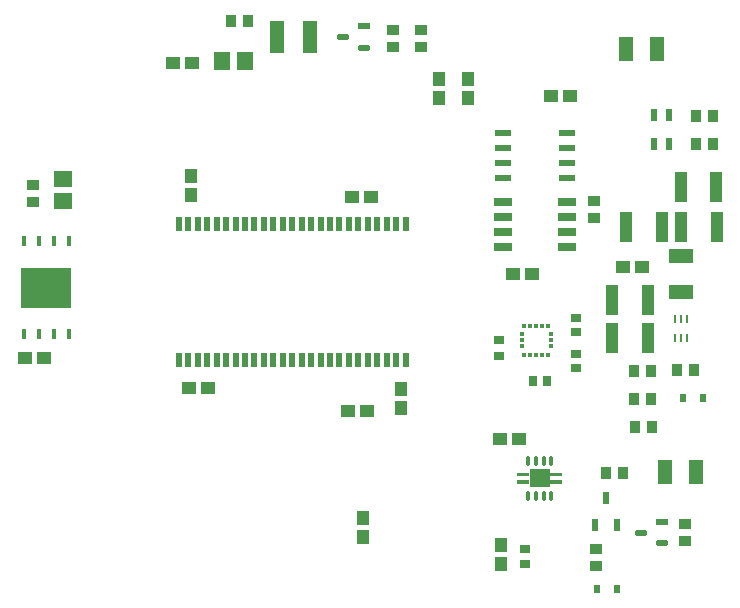
<source format=gbr>
G04*
G04 #@! TF.GenerationSoftware,Altium Limited,Altium Designer,25.1.2 (22)*
G04*
G04 Layer_Color=128*
%FSLAX25Y25*%
%MOIN*%
G70*
G04*
G04 #@! TF.SameCoordinates,DC4E0951-A455-47C2-8868-B8DD7EE8088A*
G04*
G04*
G04 #@! TF.FilePolarity,Positive*
G04*
G01*
G75*
%ADD17R,0.04134X0.03543*%
G04:AMPARAMS|DCode=18|XSize=61.02mil|YSize=23.62mil|CornerRadius=2.01mil|HoleSize=0mil|Usage=FLASHONLY|Rotation=0.000|XOffset=0mil|YOffset=0mil|HoleType=Round|Shape=RoundedRectangle|*
%AMROUNDEDRECTD18*
21,1,0.06102,0.01961,0,0,0.0*
21,1,0.05701,0.02362,0,0,0.0*
1,1,0.00402,0.02850,-0.00980*
1,1,0.00402,-0.02850,-0.00980*
1,1,0.00402,-0.02850,0.00980*
1,1,0.00402,0.02850,0.00980*
%
%ADD18ROUNDEDRECTD18*%
%ADD20R,0.03543X0.04134*%
%ADD21R,0.04758X0.03985*%
%ADD23R,0.03740X0.03150*%
%ADD25R,0.05512X0.05906*%
%ADD26R,0.05906X0.05512*%
%ADD27R,0.03985X0.04758*%
G04:AMPARAMS|DCode=50|XSize=41.68mil|YSize=21.53mil|CornerRadius=10.77mil|HoleSize=0mil|Usage=FLASHONLY|Rotation=180.000|XOffset=0mil|YOffset=0mil|HoleType=Round|Shape=RoundedRectangle|*
%AMROUNDEDRECTD50*
21,1,0.04168,0.00000,0,0,180.0*
21,1,0.02015,0.02153,0,0,180.0*
1,1,0.02153,-0.01008,0.00000*
1,1,0.02153,0.01008,0.00000*
1,1,0.02153,0.01008,0.00000*
1,1,0.02153,-0.01008,0.00000*
%
%ADD50ROUNDEDRECTD50*%
%ADD51R,0.04168X0.02153*%
%ADD52R,0.04500X0.08000*%
%ADD53R,0.03937X0.09843*%
%ADD54R,0.02362X0.03150*%
%ADD55R,0.00900X0.02800*%
%ADD56R,0.08465X0.04921*%
%ADD57R,0.03543X0.02953*%
%ADD58R,0.02362X0.04134*%
G04:AMPARAMS|DCode=59|XSize=68.9mil|YSize=59.06mil|CornerRadius=2.07mil|HoleSize=0mil|Usage=FLASHONLY|Rotation=180.000|XOffset=0mil|YOffset=0mil|HoleType=Round|Shape=RoundedRectangle|*
%AMROUNDEDRECTD59*
21,1,0.06890,0.05492,0,0,180.0*
21,1,0.06476,0.05906,0,0,180.0*
1,1,0.00413,-0.03238,0.02746*
1,1,0.00413,0.03238,0.02746*
1,1,0.00413,0.03238,-0.02746*
1,1,0.00413,-0.03238,-0.02746*
%
%ADD59ROUNDEDRECTD59*%
G04:AMPARAMS|DCode=60|XSize=13.78mil|YSize=33.47mil|CornerRadius=2mil|HoleSize=0mil|Usage=FLASHONLY|Rotation=180.000|XOffset=0mil|YOffset=0mil|HoleType=Round|Shape=RoundedRectangle|*
%AMROUNDEDRECTD60*
21,1,0.01378,0.02947,0,0,180.0*
21,1,0.00978,0.03347,0,0,180.0*
1,1,0.00400,-0.00489,0.01473*
1,1,0.00400,0.00489,0.01473*
1,1,0.00400,0.00489,-0.01473*
1,1,0.00400,-0.00489,-0.01473*
%
%ADD60ROUNDEDRECTD60*%
%ADD63R,0.02953X0.03543*%
%ADD64R,0.04921X0.10630*%
%ADD65R,0.02362X0.03937*%
%ADD66R,0.05750X0.02100*%
%ADD67R,0.17100X0.13600*%
%ADD68R,0.01700X0.03400*%
%ADD69R,0.02000X0.04700*%
%ADD73R,0.01233X0.01585*%
%ADD74R,0.01233X0.01585*%
%ADD75R,0.01233X0.01585*%
%ADD76R,0.01585X0.01233*%
%ADD77R,0.01233X0.01585*%
G36*
X404156Y378394D02*
X399244D01*
Y384406D01*
X404156D01*
Y378394D01*
D02*
G37*
G36*
X398456D02*
X393544D01*
Y384406D01*
X398456D01*
Y378394D01*
D02*
G37*
G36*
X392756D02*
X387844D01*
Y384406D01*
X392756D01*
Y378394D01*
D02*
G37*
G36*
X404156Y371594D02*
X399244D01*
Y377606D01*
X404156D01*
Y371594D01*
D02*
G37*
G36*
X398456D02*
X393544D01*
Y377606D01*
X398456D01*
Y371594D01*
D02*
G37*
G36*
X392756D02*
X387844D01*
Y377606D01*
X392756D01*
Y371594D01*
D02*
G37*
G36*
X557055Y315228D02*
X553020D01*
Y316331D01*
X557055D01*
Y315228D01*
D02*
G37*
G36*
X567980Y315228D02*
X563945D01*
Y316331D01*
X567980D01*
Y315228D01*
D02*
G37*
G36*
Y312669D02*
X563945D01*
Y313772D01*
X567980D01*
Y312669D01*
D02*
G37*
G36*
X557055D02*
X553020D01*
Y313772D01*
X557055D01*
Y312669D01*
D02*
G37*
D17*
X578468Y401093D02*
D03*
Y406802D02*
D03*
X608926Y299364D02*
D03*
Y293655D02*
D03*
X391461Y406529D02*
D03*
Y412237D02*
D03*
X579277Y285248D02*
D03*
Y290957D02*
D03*
X520768Y463854D02*
D03*
Y458146D02*
D03*
X511500Y463854D02*
D03*
Y458146D02*
D03*
D18*
X569495Y391429D02*
D03*
Y396429D02*
D03*
Y401430D02*
D03*
Y406429D02*
D03*
X548236D02*
D03*
Y401430D02*
D03*
Y396429D02*
D03*
Y391429D02*
D03*
D20*
X463354Y467000D02*
D03*
X457646D02*
D03*
X597744Y340893D02*
D03*
X592035D02*
D03*
X592183Y331626D02*
D03*
X597892D02*
D03*
X612069Y350509D02*
D03*
X606360D02*
D03*
X591974Y350161D02*
D03*
X597683D02*
D03*
X612646Y435268D02*
D03*
X618354D02*
D03*
X612646Y426000D02*
D03*
X618354D02*
D03*
X582504Y316283D02*
D03*
X588213Y316283D02*
D03*
D21*
X594657Y385000D02*
D03*
X588343D02*
D03*
X564343Y442000D02*
D03*
X570657D02*
D03*
X551660Y382748D02*
D03*
X557974D02*
D03*
X547347Y327630D02*
D03*
X553661D02*
D03*
X388843Y354500D02*
D03*
X395157D02*
D03*
X444657Y453000D02*
D03*
X438343D02*
D03*
X443588Y344589D02*
D03*
X449902D02*
D03*
X497964Y408411D02*
D03*
X504278D02*
D03*
X496686Y337000D02*
D03*
X503000D02*
D03*
D23*
X555500Y285941D02*
D03*
Y291059D02*
D03*
X546807Y355399D02*
D03*
Y360517D02*
D03*
D25*
X454729Y453539D02*
D03*
X462209D02*
D03*
D26*
X401516Y414255D02*
D03*
Y406774D02*
D03*
D27*
X547500Y292157D02*
D03*
Y285843D02*
D03*
X501500Y301157D02*
D03*
Y294843D02*
D03*
X527000Y441343D02*
D03*
Y447657D02*
D03*
X536500Y441186D02*
D03*
Y447500D02*
D03*
X514362Y344203D02*
D03*
Y337889D02*
D03*
X444340Y408797D02*
D03*
Y415111D02*
D03*
D50*
X495048Y461500D02*
D03*
X501952Y457898D02*
D03*
X594230Y296395D02*
D03*
X601133Y292793D02*
D03*
D51*
X501952Y465102D02*
D03*
X601133Y299997D02*
D03*
D52*
X589250Y457500D02*
D03*
X599750D02*
D03*
X612750Y316500D02*
D03*
X602250D02*
D03*
D53*
X607594Y411500D02*
D03*
X619406D02*
D03*
X607710Y398264D02*
D03*
X619521D02*
D03*
X601158D02*
D03*
X589347D02*
D03*
X596530Y361200D02*
D03*
X584720D02*
D03*
X596557Y374078D02*
D03*
X584746D02*
D03*
D54*
X608165Y341232D02*
D03*
X614858D02*
D03*
X586274Y277654D02*
D03*
X579581D02*
D03*
D55*
X605531Y361200D02*
D03*
X607500Y361200D02*
D03*
X609469Y361200D02*
D03*
Y367500D02*
D03*
X607500D02*
D03*
X605531D02*
D03*
D56*
X607500Y376496D02*
D03*
Y388504D02*
D03*
D57*
X572638Y363097D02*
D03*
X572638Y367822D02*
D03*
X572626Y351269D02*
D03*
Y355993D02*
D03*
D58*
X586240Y298945D02*
D03*
X578760D02*
D03*
X582500Y308000D02*
D03*
D59*
X560500Y314500D02*
D03*
D60*
X564339Y308693D02*
D03*
X561779D02*
D03*
X559221D02*
D03*
X556661D02*
D03*
X564339Y320307D02*
D03*
X561779D02*
D03*
X559221D02*
D03*
X556661D02*
D03*
D63*
X558307Y346803D02*
D03*
X563031D02*
D03*
D64*
X472780Y461500D02*
D03*
X484000D02*
D03*
D65*
X603461Y426000D02*
D03*
X598539D02*
D03*
X603461Y435500D02*
D03*
X598539D02*
D03*
D66*
X569725Y414500D02*
D03*
Y419500D02*
D03*
Y424500D02*
D03*
Y429500D02*
D03*
X548275D02*
D03*
Y424500D02*
D03*
Y419500D02*
D03*
Y414500D02*
D03*
D67*
X396000Y378000D02*
D03*
D68*
X388500Y362550D02*
D03*
X393500D02*
D03*
X398500D02*
D03*
X403500D02*
D03*
Y393450D02*
D03*
X398500D02*
D03*
X393500D02*
D03*
X388500D02*
D03*
D69*
X515795Y399100D02*
D03*
X512646D02*
D03*
X509496D02*
D03*
X506347D02*
D03*
X503197D02*
D03*
X500047D02*
D03*
X496898D02*
D03*
X493748D02*
D03*
X490598D02*
D03*
X487449D02*
D03*
X484299D02*
D03*
X481150D02*
D03*
X478000D02*
D03*
X474850D02*
D03*
X471701D02*
D03*
X468551D02*
D03*
X465402D02*
D03*
X462252D02*
D03*
X459102D02*
D03*
X455953D02*
D03*
X452803D02*
D03*
X449653D02*
D03*
X446504D02*
D03*
X443354D02*
D03*
X440205D02*
D03*
X440205Y353900D02*
D03*
X443354D02*
D03*
X446504D02*
D03*
X449653D02*
D03*
X452803D02*
D03*
X455953D02*
D03*
X459102D02*
D03*
X462252D02*
D03*
X465402D02*
D03*
X468551D02*
D03*
X471701D02*
D03*
X474850D02*
D03*
X478000D02*
D03*
X481150D02*
D03*
X484299D02*
D03*
X487449D02*
D03*
X490598D02*
D03*
X493748D02*
D03*
X496898D02*
D03*
X500047D02*
D03*
X503197D02*
D03*
X506347D02*
D03*
X509496D02*
D03*
X512646D02*
D03*
X515795D02*
D03*
D73*
X563260Y365323D02*
D03*
D74*
X561291D02*
D03*
X559323D02*
D03*
X557354D02*
D03*
X555386Y355677D02*
D03*
X557354D02*
D03*
X559323D02*
D03*
X561291Y355677D02*
D03*
D75*
X555386Y365323D02*
D03*
D76*
X554500Y362469D02*
D03*
Y360500D02*
D03*
Y358531D02*
D03*
X564146Y358531D02*
D03*
X564146Y360500D02*
D03*
Y362469D02*
D03*
D77*
X563260Y355677D02*
D03*
M02*

</source>
